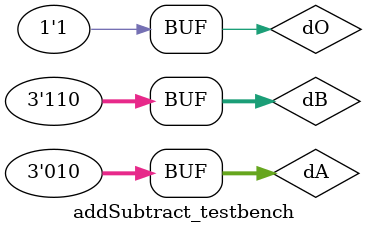
<source format=sv>
module addSubtract_testbench;
  reg [2:0] dA, dB;
  reg dO;
  wire dDP;
  wire [6:0] dS;
  
  initial
    begin
      dA=3'b011;dB=3'b100;dO=1'b0;
      #10 dA=3'b011;dB=3'b100;dO=1'b1;
      #10 dA=3'b111;dB=3'b111;dO=1'b0;
      #10 dA=3'b010;dB=3'b110;dO=1'b1;
  
      
    end
  
  addSubtract g1(.DP(dDP),.S(dS),.O(dO),.A(dA),.B(dB));
  
  initial
    begin
      $dumpfile("addSubtract.vcd");
      $dumpvars(1,addSubtract_testbench);
      
      $monitor("Time=%0d, A=%3b, B=%3b, O=%b, S=%7b, DP=%b\n", $time, dA, dB, dO, dS, dDP);
      
    end
endmodule

</source>
